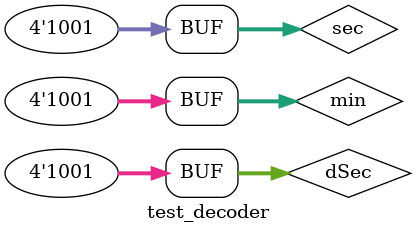
<source format=v>
`timescale 1ns/1ns

module test_decoder;

    reg [3:0] min, dSec, sec;
  	wire [6:0] minOut, dsecOut, secOut;

  	decoder dut(min, dSec, sec, minOut, dsecOut, secOut);

    initial
        begin

            $dumpfile("test_decoder.vcd");
            $dumpvars(0, test_decoder);

                min=4'b0000; dSec=4'b0000; sec=4'b0000;  
            #5  min=4'b0001; dSec=4'b0001; sec=4'b0001; 
         	  #5  min=4'b0010; dSec=4'b0010; sec=4'b0010;
            #5  min=4'b0011; dSec=4'b0011; sec=4'b0011;
            #5  min=4'b0100; dSec=4'b0100; sec=4'b0100;
            #5  min=4'b0101; dSec=4'b0101; sec=4'b0101;
          	#5  min=4'b0110; dSec=4'b0110; sec=4'b0110;
            #5  min=4'b0111; dSec=4'b0111; sec=4'b0111;
          	#5  min=4'b1000; dSec=4'b1000; sec=4'b1000;
            #5  min=4'b1001; dSec=4'b1001; sec=4'b1001;    
        end
endmodule
</source>
